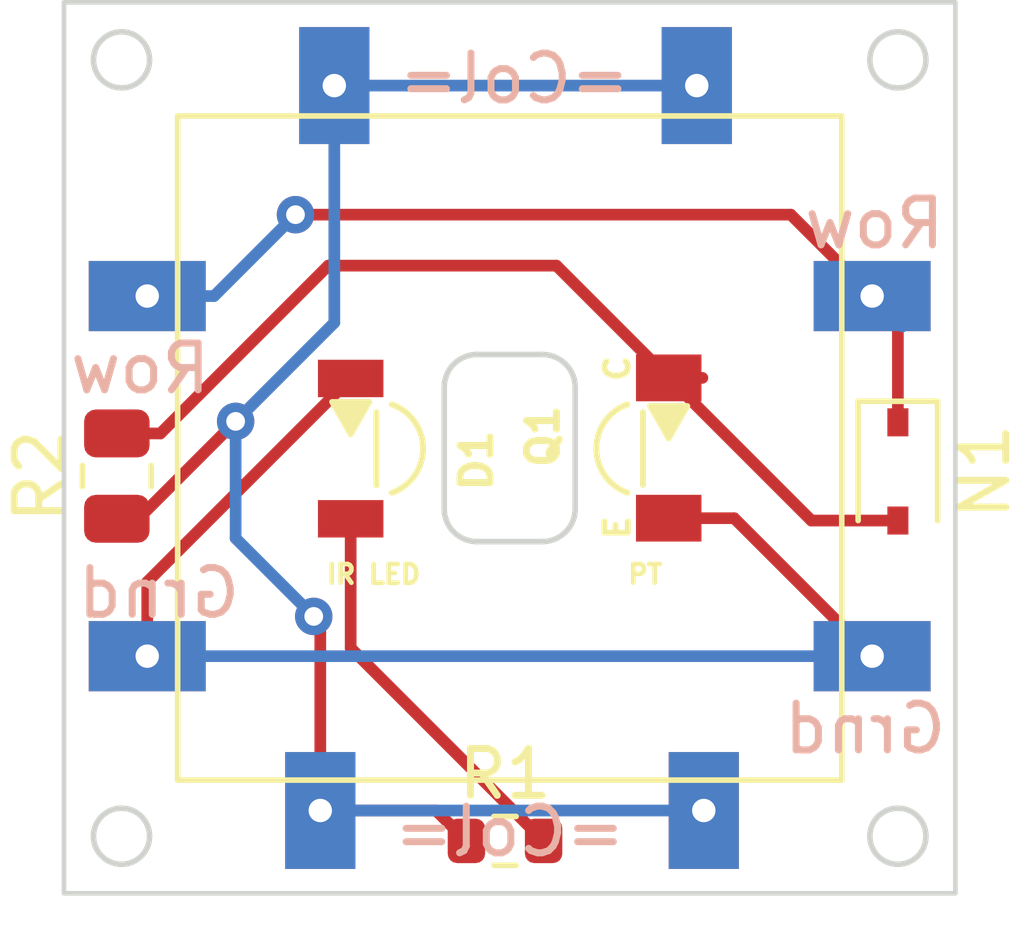
<source format=kicad_pcb>
(kicad_pcb (version 20211014) (generator pcbnew)
  (layers (0 "F.Cu" signal) (31 "B.Cu" signal) (34 "B.Paste" user) (35 "F.Paste" user) (36 "B.SilkS" user "B.Silkscreen") (37 "F.SilkS" user "F.Silkscreen") (38 "B.Mask" user) (39 "F.Mask" user) (44 "Edge.Cuts" user))
  (net 0 "")
  (net 1 "Net-(J1-Pad2)")
  (net 2 "Net-(J1-Pad5)")
  (net 3 "Net-(D1-Pad1)")
  (net 4 "Net-(D1-Pad2)")
  (net 5 "Net-(N1-Pad2)")
  (footprint "Optical_Parts:Everlight_IR_IR12-21C_TR8" (layer "F.Cu") (at 96.6 100.0125 -90)
    (fp_text reference "D1" (at 0.25283 -2.68918 -90) (layer "F.SilkS") (effects (font (size 0.64 0.64))))
    (fp_text value "LED")
    (fp_line (start 0.78 -0.55) (end -0.78 -0.55) (layer "F.SilkS") (width 0.127))
    (fp_arc (start -0.945 -0.88) (mid 0 -1.54786) (end 0.945 -0.88) (layer "F.SilkS") (width 0.127))
    (fp_poly (pts (xy -0.3 0) (xy -1 0.4) (xy -1 -0.4)) (layer "F.SilkS") (width 0.12) (fill solid))
    (pad "1" smd rect (at -1.5 0 270) (size 0.8 1.4) (layers "F.Cu" "F.Paste" "F.Mask") (net 3 "Net-(D1-Pad1)"))
    (pad "2" smd rect (at 1.5 0 270) (size 0.8 1.4) (layers "F.Cu" "F.Paste" "F.Mask") (net 4 "Net-(D1-Pad2)"))
  )
  (footprint "Diode_SMD:D_SOD-323" (layer "F.Cu") (at 108.3 100.5 -90)
    (fp_text reference "N1" (at 0 -1.85 90) (layer "F.SilkS"))
    (fp_text value "Diode1N4148WSSod323")
    (fp_line (start -1.5 -0.85) (end -1.5 0.85) (layer "F.SilkS") (width 0.12))
    (fp_line (start -1.5 -0.85) (end 1.05 -0.85) (layer "F.SilkS") (width 0.12))
    (fp_line (start -1.5 0.85) (end 1.05 0.85) (layer "F.SilkS") (width 0.12))
    (pad "1" smd rect (at -1.05 0 270) (size 0.6 0.45) (layers "F.Cu" "F.Paste" "F.Mask") (net 1 "Net-(J1-Pad2)"))
    (pad "2" smd rect (at 1.05 0 270) (size 0.6 0.45) (layers "F.Cu" "F.Paste" "F.Mask") (net 5 "Net-(N1-Pad2)"))
  )
  (footprint "Resistor_SMD:R_0805_2012Metric" (layer "F.Cu") (at 91.6 100.6 90)
    (fp_text reference "R2" (at 0 -1.65 90) (layer "F.SilkS"))
    (fp_text value "R")
    (fp_line (start -0.227064 -0.735) (end 0.227064 -0.735) (layer "F.SilkS") (width 0.12))
    (fp_line (start -0.227064 0.735) (end 0.227064 0.735) (layer "F.SilkS") (width 0.12))
    (pad "1" smd roundrect (at -0.9125 0 90) (size 1.025 1.4) (layers "F.Cu" "F.Paste" "F.Mask") (roundrect_rratio 0.243902) (net 2 "Net-(J1-Pad5)"))
    (pad "2" smd roundrect (at 0.9125 0 90) (size 1.025 1.4) (layers "F.Cu" "F.Paste" "F.Mask") (roundrect_rratio 0.243902) (net 5 "Net-(N1-Pad2)"))
  )
  (footprint "Optical_Parts:Everlight_PT_PT12-21C_TR8" (layer "F.Cu") (at 103.4 100 90)
    (fp_text reference "Q1" (at 0.25283 -2.68918 90) (layer "F.SilkS") (effects (font (size 0.64 0.64))))
    (fp_text value "Q_Photo_NPN_CE")
    (fp_text user "E" (at -1.7 -1.1 90 unlocked) (layer "F.SilkS") (effects (font (size 0.5 0.5) (thickness 0.125))))
    (fp_text user "C" (at 1.7 -1.1 90 unlocked) (layer "F.SilkS") (effects (font (size 0.5 0.5) (thickness 0.125))))
    (fp_line (start 0.77 -0.55) (end -0.79 -0.55) (layer "F.SilkS") (width 0.127))
    (fp_arc (start -0.955 -0.88) (mid -0.01 -1.54786) (end 0.935 -0.88) (layer "F.SilkS") (width 0.127))
    (fp_poly (pts (xy 0.9 0.4) (xy 0.2 0) (xy 0.9 -0.4)) (layer "F.SilkS") (width 0.12) (fill solid))
    (pad "1" smd rect (at 1.5 0 90) (size 1 1.4) (layers "F.Cu" "F.Paste" "F.Mask") (net 5 "Net-(N1-Pad2)"))
    (pad "2" smd rect (at -1.5 0 90) (size 1 1.4) (layers "F.Cu" "F.Paste" "F.Mask") (net 3 "Net-(D1-Pad1)"))
  )
  (footprint "Optical_Parts:Gateron_Optical_Switch" (layer "F.Cu") (at 100 100)
    (fp_text reference "J1" hide)
    (fp_text value "Conn_01x08_Male")
    (fp_text user "Grnd" (at 7.6 6 unlocked) (layer "B.SilkS") (effects (justify mirror)))
    (fp_text user "Row" (at 7.8 -4.8 unlocked) (layer "B.SilkS") (effects (justify mirror)))
    (fp_text user "Row" (at -7.9 -1.7 unlocked) (layer "B.SilkS") (effects (justify mirror)))
    (fp_text user "=Col=" (at 0.1 -7.9 unlocked) (layer "B.SilkS") (effects (justify mirror)))
    (fp_text user "Grnd" (at -7.5 3.1 unlocked) (layer "B.SilkS") (effects (justify mirror)))
    (fp_text user "=Col=" (at 0 8.2 unlocked) (layer "B.SilkS") (effects (justify mirror)))
    (fp_line (start -7.1 -7.1) (end -7.1 7.1) (layer "F.SilkS") (width 0.12))
    (fp_line (start 7.1 -7.1) (end -7.1 -7.1) (layer "F.SilkS") (width 0.12))
    (fp_line (start 7.1 7.1) (end 7.1 -7.1) (layer "F.SilkS") (width 0.12))
    (fp_line (start -7.1 7.1) (end 7.1 7.1) (layer "F.SilkS") (width 0.12))
    (fp_line (start 1.4 -1.3) (end 1.4 1.3) (layer "Edge.Cuts") (width 0.12))
    (fp_line (start -0.7 -2) (end 0.7 -2) (layer "Edge.Cuts") (width 0.12))
    (fp_line (start -1.4 1.3) (end -1.4 -1.3) (layer "Edge.Cuts") (width 0.12))
    (fp_line (start 0.7 2) (end -0.7 2) (layer "Edge.Cuts") (width 0.12))
    (fp_arc (start -0.7 2) (mid -1.194975 1.794975) (end -1.4 1.3) (layer "Edge.Cuts") (width 0.12))
    (fp_arc (start 1.4 1.3) (mid 1.194975 1.794975) (end 0.7 2) (layer "Edge.Cuts") (width 0.12))
    (fp_arc (start 0.7 -2) (mid 1.194975 -1.794975) (end 1.4 -1.3) (layer "Edge.Cuts") (width 0.12))
    (fp_arc (start -1.4 -1.3) (mid -1.194975 -1.794975) (end -0.7 -2) (layer "Edge.Cuts") (width 0.12))
    (fp_circle (center 8.3 -8.3) (end 8.9 -8.3) (layer "Edge.Cuts") (width 0.12) (fill none))
    (fp_circle (center -8.3 8.3) (end -7.7 8.3) (layer "Edge.Cuts") (width 0.12) (fill none))
    (fp_circle (center 8.3 8.3) (end 8.9 8.3) (layer "Edge.Cuts") (width 0.12) (fill none))
    (fp_circle (center -8.3 -8.3) (end -7.7 -8.3) (layer "Edge.Cuts") (width 0.12) (fill none))
    (pad "1" thru_hole rect (at 7.75 4.45) (size 2.5 1.5) (drill 0.5) (layers *.Cu *.Mask) (net 3 "Net-(D1-Pad1)"))
    (pad "2" thru_hole rect (at 7.75 -3.25) (size 2.5 1.5) (drill 0.5) (layers *.Cu *.Mask) (net 1 "Net-(J1-Pad2)"))
    (pad "3" thru_hole rect (at -7.75 4.45) (size 2.5 1.5) (drill 0.5) (layers *.Cu *.Mask) (net 3 "Net-(D1-Pad1)"))
    (pad "4" thru_hole rect (at -7.75 -3.25) (size 2.5 1.5) (drill 0.5) (layers *.Cu *.Mask) (net 1 "Net-(J1-Pad2)"))
    (pad "5" thru_hole rect (at 4.15 7.75) (size 1.5 2.5) (drill 0.5) (layers *.Cu *.Mask) (net 2 "Net-(J1-Pad5)"))
    (pad "6" thru_hole rect (at -4.05 7.75) (size 1.5 2.5) (drill 0.5) (layers *.Cu *.Mask) (net 2 "Net-(J1-Pad5)"))
    (pad "7" thru_hole rect (at 4 -7.75) (size 1.5 2.5) (drill 0.5) (layers *.Cu *.Mask) (net 2 "Net-(J1-Pad5)"))
    (pad "8" thru_hole rect (at -3.75 -7.75) (size 1.5 2.5) (drill 0.5) (layers *.Cu *.Mask) (net 2 "Net-(J1-Pad5)"))
  )
  (footprint "Resistor_SMD:R_0603_1608Metric" (layer "F.Cu") (at 99.9 108.4)
    (fp_text reference "R1" (at 0 -1.43) (layer "F.SilkS"))
    (fp_text value "R")
    (fp_line (start -0.237258 0.5225) (end 0.237258 0.5225) (layer "F.SilkS") (width 0.12))
    (fp_line (start -0.237258 -0.5225) (end 0.237258 -0.5225) (layer "F.SilkS") (width 0.12))
    (pad "1" smd roundrect (at -0.825 0) (size 0.8 0.95) (layers "F.Cu" "F.Paste" "F.Mask") (net 2 "Net-(J1-Pad5)"))
    (pad "2" smd roundrect (at 0.825 0) (size 0.8 0.95) (layers "F.Cu" "F.Paste" "F.Mask") (net 4 "Net-(D1-Pad2)"))
  )
  (gr_rect (start 90.47 109.52) (end 109.53 90.47) (layer "Edge.Cuts") (width 0.1) (fill none))
  (gr_text "IR LED" (at 97.09 102.7) (layer "F.SilkS") (effects (font (size 0.4 0.4) (thickness 0.1))))
  (gr_text "PT" (at 102.9 102.7) (layer "F.SilkS") (effects (font (size 0.4 0.4) (thickness 0.1))))
  (segment (start 108.3 97.3) (end 107.75 96.75) (width 0.25) (layer "F.Cu") (net 1))
  (segment (start 106.01 95.01) (end 107.75 96.75) (width 0.25) (layer "F.Cu") (net 1))
  (segment (start 95.42 95.01) (end 106.01 95.01) (width 0.25) (layer "F.Cu") (net 1))
  (segment (start 108.3 99.45) (end 108.3 97.3) (width 0.25) (layer "F.Cu") (net 1))
  (via (at 95.42 95.01) (size 0.8) (drill 0.4) (layers "F.Cu" "B.Cu") (net 1))
  (segment (start 92.25 96.75) (end 93.68 96.75) (width 0.25) (layer "B.Cu") (net 1))
  (segment (start 108.4 97.4) (end 107.75 96.75) (width 0.25) (layer "B.Cu") (net 1))
  (segment (start 93.68 96.75) (end 95.42 95.01) (width 0.25) (layer "B.Cu") (net 1))
  (segment (start 95.81 103.6) (end 95.95 103.74) (width 0.25) (layer "F.Cu") (net 2))
  (segment (start 98.425 107.75) (end 95.95 107.75) (width 0.25) (layer "F.Cu") (net 2))
  (segment (start 94.14 99.43) (end 92.0575 101.5125) (width 0.25) (layer "F.Cu") (net 2))
  (segment (start 95.95 103.74) (end 95.95 107.75) (width 0.25) (layer "F.Cu") (net 2))
  (segment (start 92.0575 101.5125) (end 91.6 101.5125) (width 0.25) (layer "F.Cu") (net 2))
  (segment (start 99.075 108.4) (end 98.425 107.75) (width 0.25) (layer "F.Cu") (net 2))
  (via (at 95.81 103.6) (size 0.8) (drill 0.4) (layers "F.Cu" "B.Cu") (net 2))
  (via (at 94.14 99.43) (size 0.8) (drill 0.4) (layers "F.Cu" "B.Cu") (net 2))
  (segment (start 96.25 97.32) (end 94.14 99.43) (width 0.25) (layer "B.Cu") (net 2))
  (segment (start 94.14 99.43) (end 94.14 101.93) (width 0.25) (layer "B.Cu") (net 2))
  (segment (start 96.25 92.25) (end 96.25 97.32) (width 0.25) (layer "B.Cu") (net 2))
  (segment (start 104 92.25) (end 96.25 92.25) (width 0.25) (layer "B.Cu") (net 2))
  (segment (start 104.15 107.75) (end 95.95 107.75) (width 0.25) (layer "B.Cu") (net 2))
  (segment (start 94.14 101.93) (end 95.81 103.6) (width 0.25) (layer "B.Cu") (net 2))
  (segment (start 104.8 101.5) (end 107.75 104.45) (width 0.25) (layer "F.Cu") (net 3))
  (segment (start 92.25 102.8625) (end 92.25 104.45) (width 0.25) (layer "F.Cu") (net 3))
  (segment (start 103.4 101.5) (end 104.8 101.5) (width 0.25) (layer "F.Cu") (net 3))
  (segment (start 96.6 98.5125) (end 92.25 102.8625) (width 0.25) (layer "F.Cu") (net 3))
  (segment (start 92.25 104.45) (end 107.75 104.45) (width 0.25) (layer "B.Cu") (net 3))
  (segment (start 96.6 104.275) (end 96.6 101.5125) (width 0.25) (layer "F.Cu") (net 4))
  (segment (start 100.725 108.4) (end 96.6 104.275) (width 0.25) (layer "F.Cu") (net 4))
  (segment (start 108.3 101.55) (end 106.45 101.55) (width 0.25) (layer "F.Cu") (net 5))
  (segment (start 106.45 101.55) (end 103.4 98.5) (width 0.25) (layer "F.Cu") (net 5))
  (segment (start 92.5325 99.6875) (end 96.12 96.1) (width 0.25) (layer "F.Cu") (net 5))
  (segment (start 101 96.1) (end 103.4 98.5) (width 0.25) (layer "F.Cu") (net 5))
  (segment (start 96.12 96.1) (end 101 96.1) (width 0.25) (layer "F.Cu") (net 5))
  (segment (start 91.6 99.6875) (end 92.5325 99.6875) (width 0.25) (layer "F.Cu") (net 5))
  (segment (start 104.12 98.5) (end 103.4 98.5) (width 0.25) (layer "F.Cu") (net 5))
)
</source>
